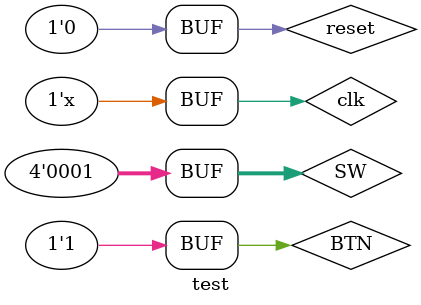
<source format=v>
`timescale 1ns / 1ps

module test;

reg clk, reset;
reg BTN;
reg [3:0] SW;

wire [9:0] out;

Lab3_sample	uut(clk, reset, BTN, SW, out);

initial begin

	clk = 0;
	reset = 0;
	
	#20;

	reset = 1;
	
	#20;
	
	reset = 0;
	
	#10;
	SW = 4'b0001; // Fixed Point Arithmetic
	//SW = 4'b0010; // Floating Point Arithmetic
	BTN = 1;
	
	
	#10
	
	BTN = 0;
	
	#10	
	SW = 4'b0001; //num1 begins
	BTN = 1;
	
	#10
	
	BTN = 0;
	
	#10
	SW = 4'b0001;
	BTN = 1;
	
	#10
	
	BTN = 0;
	
	#10
	SW = 4'b0001; //num1 ends
	BTN = 1;
	
	#10
	
	BTN = 0;
	
	#10
	SW = 4'b0001; //num2 begins
	BTN = 1;
	
	#10
	
	BTN = 0;
	
	#10
	SW = 4'b0001;
	BTN = 1;
	
	#10
	
	BTN = 0;
	
	#10
	SW = 4'b0001; //num2 ends
	BTN = 1;
	
	#10
	
	BTN = 0;
	
	#10
	SW = 4'b0001; //num3 begins
	BTN = 1;
	
	#10
	
	BTN = 0;
	
	#10
	SW = 4'b0001;
	BTN = 1;
	
	#10
	
	BTN = 0;
	
	#10
	SW = 4'b0001; //num3 ends
	BTN = 1;

end

always #5 clk = !clk;
    
endmodule


</source>
